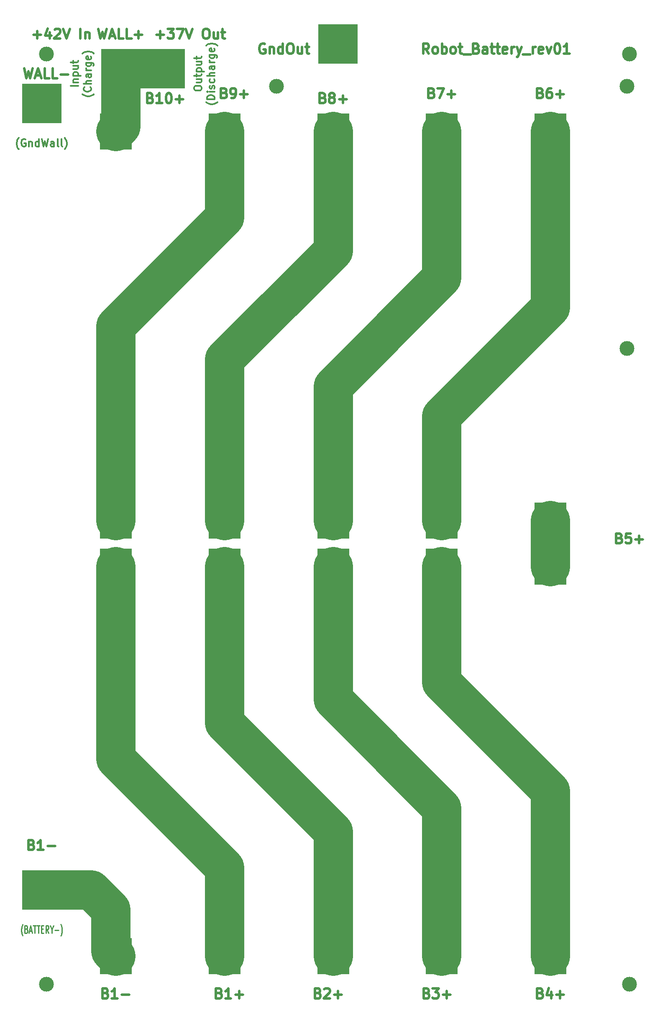
<source format=gbr>
G04 #@! TF.FileFunction,Copper,L1,Top,Signal*
%FSLAX46Y46*%
G04 Gerber Fmt 4.6, Leading zero omitted, Abs format (unit mm)*
G04 Created by KiCad (PCBNEW 4.0.6-e0-6349~53~ubuntu16.04.1) date Sun Aug  6 20:38:46 2017*
%MOMM*%
%LPD*%
G01*
G04 APERTURE LIST*
%ADD10C,0.150000*%
%ADD11C,0.375000*%
%ADD12C,0.500000*%
%ADD13C,0.250000*%
%ADD14R,6.400000X7.340000*%
%ADD15C,3.000000*%
%ADD16R,8.000000X8.000000*%
%ADD17C,8.000000*%
G04 APERTURE END LIST*
D10*
D11*
X26366071Y-25464286D02*
X24866071Y-25464286D01*
X25366071Y-24750000D02*
X26366071Y-24750000D01*
X25508929Y-24750000D02*
X25437500Y-24678572D01*
X25366071Y-24535714D01*
X25366071Y-24321429D01*
X25437500Y-24178572D01*
X25580357Y-24107143D01*
X26366071Y-24107143D01*
X25366071Y-23392857D02*
X26866071Y-23392857D01*
X25437500Y-23392857D02*
X25366071Y-23250000D01*
X25366071Y-22964286D01*
X25437500Y-22821429D01*
X25508929Y-22750000D01*
X25651786Y-22678571D01*
X26080357Y-22678571D01*
X26223214Y-22750000D01*
X26294643Y-22821429D01*
X26366071Y-22964286D01*
X26366071Y-23250000D01*
X26294643Y-23392857D01*
X25366071Y-21392857D02*
X26366071Y-21392857D01*
X25366071Y-22035714D02*
X26151786Y-22035714D01*
X26294643Y-21964286D01*
X26366071Y-21821428D01*
X26366071Y-21607143D01*
X26294643Y-21464286D01*
X26223214Y-21392857D01*
X25366071Y-20892857D02*
X25366071Y-20321428D01*
X24866071Y-20678571D02*
X26151786Y-20678571D01*
X26294643Y-20607143D01*
X26366071Y-20464285D01*
X26366071Y-20321428D01*
X29562500Y-27107143D02*
X29491071Y-27178571D01*
X29276786Y-27321428D01*
X29133929Y-27392857D01*
X28919643Y-27464286D01*
X28562500Y-27535714D01*
X28276786Y-27535714D01*
X27919643Y-27464286D01*
X27705357Y-27392857D01*
X27562500Y-27321428D01*
X27348214Y-27178571D01*
X27276786Y-27107143D01*
X28848214Y-25678571D02*
X28919643Y-25750000D01*
X28991071Y-25964286D01*
X28991071Y-26107143D01*
X28919643Y-26321428D01*
X28776786Y-26464286D01*
X28633929Y-26535714D01*
X28348214Y-26607143D01*
X28133929Y-26607143D01*
X27848214Y-26535714D01*
X27705357Y-26464286D01*
X27562500Y-26321428D01*
X27491071Y-26107143D01*
X27491071Y-25964286D01*
X27562500Y-25750000D01*
X27633929Y-25678571D01*
X28991071Y-25035714D02*
X27491071Y-25035714D01*
X28991071Y-24392857D02*
X28205357Y-24392857D01*
X28062500Y-24464286D01*
X27991071Y-24607143D01*
X27991071Y-24821428D01*
X28062500Y-24964286D01*
X28133929Y-25035714D01*
X28991071Y-23035714D02*
X28205357Y-23035714D01*
X28062500Y-23107143D01*
X27991071Y-23250000D01*
X27991071Y-23535714D01*
X28062500Y-23678571D01*
X28919643Y-23035714D02*
X28991071Y-23178571D01*
X28991071Y-23535714D01*
X28919643Y-23678571D01*
X28776786Y-23750000D01*
X28633929Y-23750000D01*
X28491071Y-23678571D01*
X28419643Y-23535714D01*
X28419643Y-23178571D01*
X28348214Y-23035714D01*
X28991071Y-22321428D02*
X27991071Y-22321428D01*
X28276786Y-22321428D02*
X28133929Y-22250000D01*
X28062500Y-22178571D01*
X27991071Y-22035714D01*
X27991071Y-21892857D01*
X27991071Y-20750000D02*
X29205357Y-20750000D01*
X29348214Y-20821429D01*
X29419643Y-20892857D01*
X29491071Y-21035714D01*
X29491071Y-21250000D01*
X29419643Y-21392857D01*
X28919643Y-20750000D02*
X28991071Y-20892857D01*
X28991071Y-21178571D01*
X28919643Y-21321429D01*
X28848214Y-21392857D01*
X28705357Y-21464286D01*
X28276786Y-21464286D01*
X28133929Y-21392857D01*
X28062500Y-21321429D01*
X27991071Y-21178571D01*
X27991071Y-20892857D01*
X28062500Y-20750000D01*
X28919643Y-19464286D02*
X28991071Y-19607143D01*
X28991071Y-19892857D01*
X28919643Y-20035714D01*
X28776786Y-20107143D01*
X28205357Y-20107143D01*
X28062500Y-20035714D01*
X27991071Y-19892857D01*
X27991071Y-19607143D01*
X28062500Y-19464286D01*
X28205357Y-19392857D01*
X28348214Y-19392857D01*
X28491071Y-20107143D01*
X29562500Y-18892857D02*
X29491071Y-18821429D01*
X29276786Y-18678572D01*
X29133929Y-18607143D01*
X28919643Y-18535714D01*
X28562500Y-18464286D01*
X28276786Y-18464286D01*
X27919643Y-18535714D01*
X27705357Y-18607143D01*
X27562500Y-18678572D01*
X27348214Y-18821429D01*
X27276786Y-18892857D01*
X14357143Y-38250000D02*
X14285715Y-38178571D01*
X14142858Y-37964286D01*
X14071429Y-37821429D01*
X14000000Y-37607143D01*
X13928572Y-37250000D01*
X13928572Y-36964286D01*
X14000000Y-36607143D01*
X14071429Y-36392857D01*
X14142858Y-36250000D01*
X14285715Y-36035714D01*
X14357143Y-35964286D01*
X15714286Y-36250000D02*
X15571429Y-36178571D01*
X15357143Y-36178571D01*
X15142858Y-36250000D01*
X15000000Y-36392857D01*
X14928572Y-36535714D01*
X14857143Y-36821429D01*
X14857143Y-37035714D01*
X14928572Y-37321429D01*
X15000000Y-37464286D01*
X15142858Y-37607143D01*
X15357143Y-37678571D01*
X15500000Y-37678571D01*
X15714286Y-37607143D01*
X15785715Y-37535714D01*
X15785715Y-37035714D01*
X15500000Y-37035714D01*
X16428572Y-36678571D02*
X16428572Y-37678571D01*
X16428572Y-36821429D02*
X16500000Y-36750000D01*
X16642858Y-36678571D01*
X16857143Y-36678571D01*
X17000000Y-36750000D01*
X17071429Y-36892857D01*
X17071429Y-37678571D01*
X18428572Y-37678571D02*
X18428572Y-36178571D01*
X18428572Y-37607143D02*
X18285715Y-37678571D01*
X18000001Y-37678571D01*
X17857143Y-37607143D01*
X17785715Y-37535714D01*
X17714286Y-37392857D01*
X17714286Y-36964286D01*
X17785715Y-36821429D01*
X17857143Y-36750000D01*
X18000001Y-36678571D01*
X18285715Y-36678571D01*
X18428572Y-36750000D01*
X19000001Y-36178571D02*
X19357144Y-37678571D01*
X19642858Y-36607143D01*
X19928572Y-37678571D01*
X20285715Y-36178571D01*
X21500001Y-37678571D02*
X21500001Y-36892857D01*
X21428572Y-36750000D01*
X21285715Y-36678571D01*
X21000001Y-36678571D01*
X20857144Y-36750000D01*
X21500001Y-37607143D02*
X21357144Y-37678571D01*
X21000001Y-37678571D01*
X20857144Y-37607143D01*
X20785715Y-37464286D01*
X20785715Y-37321429D01*
X20857144Y-37178571D01*
X21000001Y-37107143D01*
X21357144Y-37107143D01*
X21500001Y-37035714D01*
X22428573Y-37678571D02*
X22285715Y-37607143D01*
X22214287Y-37464286D01*
X22214287Y-36178571D01*
X23214287Y-37678571D02*
X23071429Y-37607143D01*
X23000001Y-37464286D01*
X23000001Y-36178571D01*
X23642858Y-38250000D02*
X23714286Y-38178571D01*
X23857143Y-37964286D01*
X23928572Y-37821429D01*
X24000001Y-37607143D01*
X24071429Y-37250000D01*
X24071429Y-36964286D01*
X24000001Y-36607143D01*
X23928572Y-36392857D01*
X23857143Y-36250000D01*
X23714286Y-36035714D01*
X23642858Y-35964286D01*
D12*
X15428571Y-21904762D02*
X15904762Y-23904762D01*
X16285714Y-22476190D01*
X16666667Y-23904762D01*
X17142857Y-21904762D01*
X17809523Y-23333333D02*
X18761904Y-23333333D01*
X17619047Y-23904762D02*
X18285714Y-21904762D01*
X18952381Y-23904762D01*
X20571428Y-23904762D02*
X19619047Y-23904762D01*
X19619047Y-21904762D01*
X22190476Y-23904762D02*
X21238095Y-23904762D01*
X21238095Y-21904762D01*
X22857143Y-23142857D02*
X24380953Y-23142857D01*
X17333333Y-15142857D02*
X18857143Y-15142857D01*
X18095238Y-15904762D02*
X18095238Y-14380952D01*
X20666666Y-14571429D02*
X20666666Y-15904762D01*
X20190476Y-13809524D02*
X19714285Y-15238095D01*
X20952381Y-15238095D01*
X21619047Y-14095238D02*
X21714285Y-14000000D01*
X21904762Y-13904762D01*
X22380952Y-13904762D01*
X22571428Y-14000000D01*
X22666666Y-14095238D01*
X22761905Y-14285714D01*
X22761905Y-14476190D01*
X22666666Y-14761905D01*
X21523809Y-15904762D01*
X22761905Y-15904762D01*
X23333333Y-13904762D02*
X24000000Y-15904762D01*
X24666667Y-13904762D01*
X26857143Y-15904762D02*
X26857143Y-13904762D01*
X27809524Y-14571429D02*
X27809524Y-15904762D01*
X27809524Y-14761905D02*
X27904763Y-14666667D01*
X28095239Y-14571429D01*
X28380953Y-14571429D01*
X28571429Y-14666667D01*
X28666667Y-14857143D01*
X28666667Y-15904762D01*
X31952381Y-208857143D02*
X32238095Y-208952381D01*
X32333334Y-209047619D01*
X32428572Y-209238095D01*
X32428572Y-209523810D01*
X32333334Y-209714286D01*
X32238095Y-209809524D01*
X32047619Y-209904762D01*
X31285714Y-209904762D01*
X31285714Y-207904762D01*
X31952381Y-207904762D01*
X32142857Y-208000000D01*
X32238095Y-208095238D01*
X32333334Y-208285714D01*
X32333334Y-208476190D01*
X32238095Y-208666667D01*
X32142857Y-208761905D01*
X31952381Y-208857143D01*
X31285714Y-208857143D01*
X34333334Y-209904762D02*
X33190476Y-209904762D01*
X33761905Y-209904762D02*
X33761905Y-207904762D01*
X33571429Y-208190476D01*
X33380953Y-208380952D01*
X33190476Y-208476190D01*
X35190476Y-209142857D02*
X36714286Y-209142857D01*
X54952381Y-208857143D02*
X55238095Y-208952381D01*
X55333334Y-209047619D01*
X55428572Y-209238095D01*
X55428572Y-209523810D01*
X55333334Y-209714286D01*
X55238095Y-209809524D01*
X55047619Y-209904762D01*
X54285714Y-209904762D01*
X54285714Y-207904762D01*
X54952381Y-207904762D01*
X55142857Y-208000000D01*
X55238095Y-208095238D01*
X55333334Y-208285714D01*
X55333334Y-208476190D01*
X55238095Y-208666667D01*
X55142857Y-208761905D01*
X54952381Y-208857143D01*
X54285714Y-208857143D01*
X57333334Y-209904762D02*
X56190476Y-209904762D01*
X56761905Y-209904762D02*
X56761905Y-207904762D01*
X56571429Y-208190476D01*
X56380953Y-208380952D01*
X56190476Y-208476190D01*
X58190476Y-209142857D02*
X59714286Y-209142857D01*
X58952381Y-209904762D02*
X58952381Y-208380952D01*
X74952381Y-208857143D02*
X75238095Y-208952381D01*
X75333334Y-209047619D01*
X75428572Y-209238095D01*
X75428572Y-209523810D01*
X75333334Y-209714286D01*
X75238095Y-209809524D01*
X75047619Y-209904762D01*
X74285714Y-209904762D01*
X74285714Y-207904762D01*
X74952381Y-207904762D01*
X75142857Y-208000000D01*
X75238095Y-208095238D01*
X75333334Y-208285714D01*
X75333334Y-208476190D01*
X75238095Y-208666667D01*
X75142857Y-208761905D01*
X74952381Y-208857143D01*
X74285714Y-208857143D01*
X76190476Y-208095238D02*
X76285714Y-208000000D01*
X76476191Y-207904762D01*
X76952381Y-207904762D01*
X77142857Y-208000000D01*
X77238095Y-208095238D01*
X77333334Y-208285714D01*
X77333334Y-208476190D01*
X77238095Y-208761905D01*
X76095238Y-209904762D01*
X77333334Y-209904762D01*
X78190476Y-209142857D02*
X79714286Y-209142857D01*
X78952381Y-209904762D02*
X78952381Y-208380952D01*
X96952381Y-208857143D02*
X97238095Y-208952381D01*
X97333334Y-209047619D01*
X97428572Y-209238095D01*
X97428572Y-209523810D01*
X97333334Y-209714286D01*
X97238095Y-209809524D01*
X97047619Y-209904762D01*
X96285714Y-209904762D01*
X96285714Y-207904762D01*
X96952381Y-207904762D01*
X97142857Y-208000000D01*
X97238095Y-208095238D01*
X97333334Y-208285714D01*
X97333334Y-208476190D01*
X97238095Y-208666667D01*
X97142857Y-208761905D01*
X96952381Y-208857143D01*
X96285714Y-208857143D01*
X98095238Y-207904762D02*
X99333334Y-207904762D01*
X98666667Y-208666667D01*
X98952381Y-208666667D01*
X99142857Y-208761905D01*
X99238095Y-208857143D01*
X99333334Y-209047619D01*
X99333334Y-209523810D01*
X99238095Y-209714286D01*
X99142857Y-209809524D01*
X98952381Y-209904762D01*
X98380953Y-209904762D01*
X98190476Y-209809524D01*
X98095238Y-209714286D01*
X100190476Y-209142857D02*
X101714286Y-209142857D01*
X100952381Y-209904762D02*
X100952381Y-208380952D01*
X119952381Y-208857143D02*
X120238095Y-208952381D01*
X120333334Y-209047619D01*
X120428572Y-209238095D01*
X120428572Y-209523810D01*
X120333334Y-209714286D01*
X120238095Y-209809524D01*
X120047619Y-209904762D01*
X119285714Y-209904762D01*
X119285714Y-207904762D01*
X119952381Y-207904762D01*
X120142857Y-208000000D01*
X120238095Y-208095238D01*
X120333334Y-208285714D01*
X120333334Y-208476190D01*
X120238095Y-208666667D01*
X120142857Y-208761905D01*
X119952381Y-208857143D01*
X119285714Y-208857143D01*
X122142857Y-208571429D02*
X122142857Y-209904762D01*
X121666667Y-207809524D02*
X121190476Y-209238095D01*
X122428572Y-209238095D01*
X123190476Y-209142857D02*
X124714286Y-209142857D01*
X123952381Y-209904762D02*
X123952381Y-208380952D01*
X135952381Y-116857143D02*
X136238095Y-116952381D01*
X136333334Y-117047619D01*
X136428572Y-117238095D01*
X136428572Y-117523810D01*
X136333334Y-117714286D01*
X136238095Y-117809524D01*
X136047619Y-117904762D01*
X135285714Y-117904762D01*
X135285714Y-115904762D01*
X135952381Y-115904762D01*
X136142857Y-116000000D01*
X136238095Y-116095238D01*
X136333334Y-116285714D01*
X136333334Y-116476190D01*
X136238095Y-116666667D01*
X136142857Y-116761905D01*
X135952381Y-116857143D01*
X135285714Y-116857143D01*
X138238095Y-115904762D02*
X137285714Y-115904762D01*
X137190476Y-116857143D01*
X137285714Y-116761905D01*
X137476191Y-116666667D01*
X137952381Y-116666667D01*
X138142857Y-116761905D01*
X138238095Y-116857143D01*
X138333334Y-117047619D01*
X138333334Y-117523810D01*
X138238095Y-117714286D01*
X138142857Y-117809524D01*
X137952381Y-117904762D01*
X137476191Y-117904762D01*
X137285714Y-117809524D01*
X137190476Y-117714286D01*
X139190476Y-117142857D02*
X140714286Y-117142857D01*
X139952381Y-117904762D02*
X139952381Y-116380952D01*
X119952381Y-26857143D02*
X120238095Y-26952381D01*
X120333334Y-27047619D01*
X120428572Y-27238095D01*
X120428572Y-27523810D01*
X120333334Y-27714286D01*
X120238095Y-27809524D01*
X120047619Y-27904762D01*
X119285714Y-27904762D01*
X119285714Y-25904762D01*
X119952381Y-25904762D01*
X120142857Y-26000000D01*
X120238095Y-26095238D01*
X120333334Y-26285714D01*
X120333334Y-26476190D01*
X120238095Y-26666667D01*
X120142857Y-26761905D01*
X119952381Y-26857143D01*
X119285714Y-26857143D01*
X122142857Y-25904762D02*
X121761905Y-25904762D01*
X121571429Y-26000000D01*
X121476191Y-26095238D01*
X121285714Y-26380952D01*
X121190476Y-26761905D01*
X121190476Y-27523810D01*
X121285714Y-27714286D01*
X121380953Y-27809524D01*
X121571429Y-27904762D01*
X121952381Y-27904762D01*
X122142857Y-27809524D01*
X122238095Y-27714286D01*
X122333334Y-27523810D01*
X122333334Y-27047619D01*
X122238095Y-26857143D01*
X122142857Y-26761905D01*
X121952381Y-26666667D01*
X121571429Y-26666667D01*
X121380953Y-26761905D01*
X121285714Y-26857143D01*
X121190476Y-27047619D01*
X123190476Y-27142857D02*
X124714286Y-27142857D01*
X123952381Y-27904762D02*
X123952381Y-26380952D01*
X97952381Y-26857143D02*
X98238095Y-26952381D01*
X98333334Y-27047619D01*
X98428572Y-27238095D01*
X98428572Y-27523810D01*
X98333334Y-27714286D01*
X98238095Y-27809524D01*
X98047619Y-27904762D01*
X97285714Y-27904762D01*
X97285714Y-25904762D01*
X97952381Y-25904762D01*
X98142857Y-26000000D01*
X98238095Y-26095238D01*
X98333334Y-26285714D01*
X98333334Y-26476190D01*
X98238095Y-26666667D01*
X98142857Y-26761905D01*
X97952381Y-26857143D01*
X97285714Y-26857143D01*
X99095238Y-25904762D02*
X100428572Y-25904762D01*
X99571429Y-27904762D01*
X101190476Y-27142857D02*
X102714286Y-27142857D01*
X101952381Y-27904762D02*
X101952381Y-26380952D01*
X75952381Y-27857143D02*
X76238095Y-27952381D01*
X76333334Y-28047619D01*
X76428572Y-28238095D01*
X76428572Y-28523810D01*
X76333334Y-28714286D01*
X76238095Y-28809524D01*
X76047619Y-28904762D01*
X75285714Y-28904762D01*
X75285714Y-26904762D01*
X75952381Y-26904762D01*
X76142857Y-27000000D01*
X76238095Y-27095238D01*
X76333334Y-27285714D01*
X76333334Y-27476190D01*
X76238095Y-27666667D01*
X76142857Y-27761905D01*
X75952381Y-27857143D01*
X75285714Y-27857143D01*
X77571429Y-27761905D02*
X77380953Y-27666667D01*
X77285714Y-27571429D01*
X77190476Y-27380952D01*
X77190476Y-27285714D01*
X77285714Y-27095238D01*
X77380953Y-27000000D01*
X77571429Y-26904762D01*
X77952381Y-26904762D01*
X78142857Y-27000000D01*
X78238095Y-27095238D01*
X78333334Y-27285714D01*
X78333334Y-27380952D01*
X78238095Y-27571429D01*
X78142857Y-27666667D01*
X77952381Y-27761905D01*
X77571429Y-27761905D01*
X77380953Y-27857143D01*
X77285714Y-27952381D01*
X77190476Y-28142857D01*
X77190476Y-28523810D01*
X77285714Y-28714286D01*
X77380953Y-28809524D01*
X77571429Y-28904762D01*
X77952381Y-28904762D01*
X78142857Y-28809524D01*
X78238095Y-28714286D01*
X78333334Y-28523810D01*
X78333334Y-28142857D01*
X78238095Y-27952381D01*
X78142857Y-27857143D01*
X77952381Y-27761905D01*
X79190476Y-28142857D02*
X80714286Y-28142857D01*
X79952381Y-28904762D02*
X79952381Y-27380952D01*
X55952381Y-26857143D02*
X56238095Y-26952381D01*
X56333334Y-27047619D01*
X56428572Y-27238095D01*
X56428572Y-27523810D01*
X56333334Y-27714286D01*
X56238095Y-27809524D01*
X56047619Y-27904762D01*
X55285714Y-27904762D01*
X55285714Y-25904762D01*
X55952381Y-25904762D01*
X56142857Y-26000000D01*
X56238095Y-26095238D01*
X56333334Y-26285714D01*
X56333334Y-26476190D01*
X56238095Y-26666667D01*
X56142857Y-26761905D01*
X55952381Y-26857143D01*
X55285714Y-26857143D01*
X57380953Y-27904762D02*
X57761905Y-27904762D01*
X57952381Y-27809524D01*
X58047619Y-27714286D01*
X58238095Y-27428571D01*
X58333334Y-27047619D01*
X58333334Y-26285714D01*
X58238095Y-26095238D01*
X58142857Y-26000000D01*
X57952381Y-25904762D01*
X57571429Y-25904762D01*
X57380953Y-26000000D01*
X57285714Y-26095238D01*
X57190476Y-26285714D01*
X57190476Y-26761905D01*
X57285714Y-26952381D01*
X57380953Y-27047619D01*
X57571429Y-27142857D01*
X57952381Y-27142857D01*
X58142857Y-27047619D01*
X58238095Y-26952381D01*
X58333334Y-26761905D01*
X59190476Y-27142857D02*
X60714286Y-27142857D01*
X59952381Y-27904762D02*
X59952381Y-26380952D01*
X41000000Y-27857143D02*
X41285714Y-27952381D01*
X41380953Y-28047619D01*
X41476191Y-28238095D01*
X41476191Y-28523810D01*
X41380953Y-28714286D01*
X41285714Y-28809524D01*
X41095238Y-28904762D01*
X40333333Y-28904762D01*
X40333333Y-26904762D01*
X41000000Y-26904762D01*
X41190476Y-27000000D01*
X41285714Y-27095238D01*
X41380953Y-27285714D01*
X41380953Y-27476190D01*
X41285714Y-27666667D01*
X41190476Y-27761905D01*
X41000000Y-27857143D01*
X40333333Y-27857143D01*
X43380953Y-28904762D02*
X42238095Y-28904762D01*
X42809524Y-28904762D02*
X42809524Y-26904762D01*
X42619048Y-27190476D01*
X42428572Y-27380952D01*
X42238095Y-27476190D01*
X44619048Y-26904762D02*
X44809524Y-26904762D01*
X45000000Y-27000000D01*
X45095238Y-27095238D01*
X45190476Y-27285714D01*
X45285715Y-27666667D01*
X45285715Y-28142857D01*
X45190476Y-28523810D01*
X45095238Y-28714286D01*
X45000000Y-28809524D01*
X44809524Y-28904762D01*
X44619048Y-28904762D01*
X44428572Y-28809524D01*
X44333334Y-28714286D01*
X44238095Y-28523810D01*
X44142857Y-28142857D01*
X44142857Y-27666667D01*
X44238095Y-27285714D01*
X44333334Y-27095238D01*
X44428572Y-27000000D01*
X44619048Y-26904762D01*
X46142857Y-28142857D02*
X47666667Y-28142857D01*
X46904762Y-28904762D02*
X46904762Y-27380952D01*
D13*
X15166667Y-197250000D02*
X15119047Y-197178571D01*
X15023809Y-196964286D01*
X14976190Y-196821429D01*
X14928571Y-196607143D01*
X14880952Y-196250000D01*
X14880952Y-195964286D01*
X14928571Y-195607143D01*
X14976190Y-195392857D01*
X15023809Y-195250000D01*
X15119047Y-195035714D01*
X15166667Y-194964286D01*
X15880953Y-195892857D02*
X16023810Y-195964286D01*
X16071429Y-196035714D01*
X16119048Y-196178571D01*
X16119048Y-196392857D01*
X16071429Y-196535714D01*
X16023810Y-196607143D01*
X15928572Y-196678571D01*
X15547619Y-196678571D01*
X15547619Y-195178571D01*
X15880953Y-195178571D01*
X15976191Y-195250000D01*
X16023810Y-195321429D01*
X16071429Y-195464286D01*
X16071429Y-195607143D01*
X16023810Y-195750000D01*
X15976191Y-195821429D01*
X15880953Y-195892857D01*
X15547619Y-195892857D01*
X16500000Y-196250000D02*
X16976191Y-196250000D01*
X16404762Y-196678571D02*
X16738095Y-195178571D01*
X17071429Y-196678571D01*
X17261905Y-195178571D02*
X17833334Y-195178571D01*
X17547619Y-196678571D02*
X17547619Y-195178571D01*
X18023810Y-195178571D02*
X18595239Y-195178571D01*
X18309524Y-196678571D02*
X18309524Y-195178571D01*
X18928572Y-195892857D02*
X19261906Y-195892857D01*
X19404763Y-196678571D02*
X18928572Y-196678571D01*
X18928572Y-195178571D01*
X19404763Y-195178571D01*
X20404763Y-196678571D02*
X20071429Y-195964286D01*
X19833334Y-196678571D02*
X19833334Y-195178571D01*
X20214287Y-195178571D01*
X20309525Y-195250000D01*
X20357144Y-195321429D01*
X20404763Y-195464286D01*
X20404763Y-195678571D01*
X20357144Y-195821429D01*
X20309525Y-195892857D01*
X20214287Y-195964286D01*
X19833334Y-195964286D01*
X21023810Y-195964286D02*
X21023810Y-196678571D01*
X20690477Y-195178571D02*
X21023810Y-195964286D01*
X21357144Y-195178571D01*
X21690477Y-196107143D02*
X22452382Y-196107143D01*
X22833334Y-197250000D02*
X22880953Y-197178571D01*
X22976191Y-196964286D01*
X23023810Y-196821429D01*
X23071429Y-196607143D01*
X23119048Y-196250000D01*
X23119048Y-195964286D01*
X23071429Y-195607143D01*
X23023810Y-195392857D01*
X22976191Y-195250000D01*
X22880953Y-195035714D01*
X22833334Y-194964286D01*
D12*
X64190477Y-17000000D02*
X64000000Y-16904762D01*
X63714286Y-16904762D01*
X63428572Y-17000000D01*
X63238096Y-17190476D01*
X63142857Y-17380952D01*
X63047619Y-17761905D01*
X63047619Y-18047619D01*
X63142857Y-18428571D01*
X63238096Y-18619048D01*
X63428572Y-18809524D01*
X63714286Y-18904762D01*
X63904762Y-18904762D01*
X64190477Y-18809524D01*
X64285715Y-18714286D01*
X64285715Y-18047619D01*
X63904762Y-18047619D01*
X65142857Y-17571429D02*
X65142857Y-18904762D01*
X65142857Y-17761905D02*
X65238096Y-17666667D01*
X65428572Y-17571429D01*
X65714286Y-17571429D01*
X65904762Y-17666667D01*
X66000000Y-17857143D01*
X66000000Y-18904762D01*
X67809524Y-18904762D02*
X67809524Y-16904762D01*
X67809524Y-18809524D02*
X67619048Y-18904762D01*
X67238096Y-18904762D01*
X67047620Y-18809524D01*
X66952381Y-18714286D01*
X66857143Y-18523810D01*
X66857143Y-17952381D01*
X66952381Y-17761905D01*
X67047620Y-17666667D01*
X67238096Y-17571429D01*
X67619048Y-17571429D01*
X67809524Y-17666667D01*
X69142858Y-16904762D02*
X69523810Y-16904762D01*
X69714286Y-17000000D01*
X69904763Y-17190476D01*
X70000001Y-17571429D01*
X70000001Y-18238095D01*
X69904763Y-18619048D01*
X69714286Y-18809524D01*
X69523810Y-18904762D01*
X69142858Y-18904762D01*
X68952382Y-18809524D01*
X68761905Y-18619048D01*
X68666667Y-18238095D01*
X68666667Y-17571429D01*
X68761905Y-17190476D01*
X68952382Y-17000000D01*
X69142858Y-16904762D01*
X71714286Y-17571429D02*
X71714286Y-18904762D01*
X70857143Y-17571429D02*
X70857143Y-18619048D01*
X70952382Y-18809524D01*
X71142858Y-18904762D01*
X71428572Y-18904762D01*
X71619048Y-18809524D01*
X71714286Y-18714286D01*
X72380953Y-17571429D02*
X73142858Y-17571429D01*
X72666667Y-16904762D02*
X72666667Y-18619048D01*
X72761906Y-18809524D01*
X72952382Y-18904762D01*
X73142858Y-18904762D01*
X16952381Y-178857143D02*
X17238095Y-178952381D01*
X17333334Y-179047619D01*
X17428572Y-179238095D01*
X17428572Y-179523810D01*
X17333334Y-179714286D01*
X17238095Y-179809524D01*
X17047619Y-179904762D01*
X16285714Y-179904762D01*
X16285714Y-177904762D01*
X16952381Y-177904762D01*
X17142857Y-178000000D01*
X17238095Y-178095238D01*
X17333334Y-178285714D01*
X17333334Y-178476190D01*
X17238095Y-178666667D01*
X17142857Y-178761905D01*
X16952381Y-178857143D01*
X16285714Y-178857143D01*
X19333334Y-179904762D02*
X18190476Y-179904762D01*
X18761905Y-179904762D02*
X18761905Y-177904762D01*
X18571429Y-178190476D01*
X18380953Y-178380952D01*
X18190476Y-178476190D01*
X20190476Y-179142857D02*
X21714286Y-179142857D01*
D11*
X49866071Y-26035715D02*
X49866071Y-25750001D01*
X49937500Y-25607143D01*
X50080357Y-25464286D01*
X50366071Y-25392858D01*
X50866071Y-25392858D01*
X51151786Y-25464286D01*
X51294643Y-25607143D01*
X51366071Y-25750001D01*
X51366071Y-26035715D01*
X51294643Y-26178572D01*
X51151786Y-26321429D01*
X50866071Y-26392858D01*
X50366071Y-26392858D01*
X50080357Y-26321429D01*
X49937500Y-26178572D01*
X49866071Y-26035715D01*
X50366071Y-24107143D02*
X51366071Y-24107143D01*
X50366071Y-24750000D02*
X51151786Y-24750000D01*
X51294643Y-24678572D01*
X51366071Y-24535714D01*
X51366071Y-24321429D01*
X51294643Y-24178572D01*
X51223214Y-24107143D01*
X50366071Y-23607143D02*
X50366071Y-23035714D01*
X49866071Y-23392857D02*
X51151786Y-23392857D01*
X51294643Y-23321429D01*
X51366071Y-23178571D01*
X51366071Y-23035714D01*
X50366071Y-22535714D02*
X51866071Y-22535714D01*
X50437500Y-22535714D02*
X50366071Y-22392857D01*
X50366071Y-22107143D01*
X50437500Y-21964286D01*
X50508929Y-21892857D01*
X50651786Y-21821428D01*
X51080357Y-21821428D01*
X51223214Y-21892857D01*
X51294643Y-21964286D01*
X51366071Y-22107143D01*
X51366071Y-22392857D01*
X51294643Y-22535714D01*
X50366071Y-20535714D02*
X51366071Y-20535714D01*
X50366071Y-21178571D02*
X51151786Y-21178571D01*
X51294643Y-21107143D01*
X51366071Y-20964285D01*
X51366071Y-20750000D01*
X51294643Y-20607143D01*
X51223214Y-20535714D01*
X50366071Y-20035714D02*
X50366071Y-19464285D01*
X49866071Y-19821428D02*
X51151786Y-19821428D01*
X51294643Y-19750000D01*
X51366071Y-19607142D01*
X51366071Y-19464285D01*
X54562500Y-28714286D02*
X54491071Y-28785714D01*
X54276786Y-28928571D01*
X54133929Y-29000000D01*
X53919643Y-29071429D01*
X53562500Y-29142857D01*
X53276786Y-29142857D01*
X52919643Y-29071429D01*
X52705357Y-29000000D01*
X52562500Y-28928571D01*
X52348214Y-28785714D01*
X52276786Y-28714286D01*
X53991071Y-28142857D02*
X52491071Y-28142857D01*
X52491071Y-27785714D01*
X52562500Y-27571429D01*
X52705357Y-27428571D01*
X52848214Y-27357143D01*
X53133929Y-27285714D01*
X53348214Y-27285714D01*
X53633929Y-27357143D01*
X53776786Y-27428571D01*
X53919643Y-27571429D01*
X53991071Y-27785714D01*
X53991071Y-28142857D01*
X53991071Y-26642857D02*
X52991071Y-26642857D01*
X52491071Y-26642857D02*
X52562500Y-26714286D01*
X52633929Y-26642857D01*
X52562500Y-26571429D01*
X52491071Y-26642857D01*
X52633929Y-26642857D01*
X53919643Y-26000000D02*
X53991071Y-25857143D01*
X53991071Y-25571428D01*
X53919643Y-25428571D01*
X53776786Y-25357143D01*
X53705357Y-25357143D01*
X53562500Y-25428571D01*
X53491071Y-25571428D01*
X53491071Y-25785714D01*
X53419643Y-25928571D01*
X53276786Y-26000000D01*
X53205357Y-26000000D01*
X53062500Y-25928571D01*
X52991071Y-25785714D01*
X52991071Y-25571428D01*
X53062500Y-25428571D01*
X53919643Y-24071428D02*
X53991071Y-24214285D01*
X53991071Y-24499999D01*
X53919643Y-24642857D01*
X53848214Y-24714285D01*
X53705357Y-24785714D01*
X53276786Y-24785714D01*
X53133929Y-24714285D01*
X53062500Y-24642857D01*
X52991071Y-24499999D01*
X52991071Y-24214285D01*
X53062500Y-24071428D01*
X53991071Y-23428571D02*
X52491071Y-23428571D01*
X53991071Y-22785714D02*
X53205357Y-22785714D01*
X53062500Y-22857143D01*
X52991071Y-23000000D01*
X52991071Y-23214285D01*
X53062500Y-23357143D01*
X53133929Y-23428571D01*
X53991071Y-21428571D02*
X53205357Y-21428571D01*
X53062500Y-21500000D01*
X52991071Y-21642857D01*
X52991071Y-21928571D01*
X53062500Y-22071428D01*
X53919643Y-21428571D02*
X53991071Y-21571428D01*
X53991071Y-21928571D01*
X53919643Y-22071428D01*
X53776786Y-22142857D01*
X53633929Y-22142857D01*
X53491071Y-22071428D01*
X53419643Y-21928571D01*
X53419643Y-21571428D01*
X53348214Y-21428571D01*
X53991071Y-20714285D02*
X52991071Y-20714285D01*
X53276786Y-20714285D02*
X53133929Y-20642857D01*
X53062500Y-20571428D01*
X52991071Y-20428571D01*
X52991071Y-20285714D01*
X52991071Y-19142857D02*
X54205357Y-19142857D01*
X54348214Y-19214286D01*
X54419643Y-19285714D01*
X54491071Y-19428571D01*
X54491071Y-19642857D01*
X54419643Y-19785714D01*
X53919643Y-19142857D02*
X53991071Y-19285714D01*
X53991071Y-19571428D01*
X53919643Y-19714286D01*
X53848214Y-19785714D01*
X53705357Y-19857143D01*
X53276786Y-19857143D01*
X53133929Y-19785714D01*
X53062500Y-19714286D01*
X52991071Y-19571428D01*
X52991071Y-19285714D01*
X53062500Y-19142857D01*
X53919643Y-17857143D02*
X53991071Y-18000000D01*
X53991071Y-18285714D01*
X53919643Y-18428571D01*
X53776786Y-18500000D01*
X53205357Y-18500000D01*
X53062500Y-18428571D01*
X52991071Y-18285714D01*
X52991071Y-18000000D01*
X53062500Y-17857143D01*
X53205357Y-17785714D01*
X53348214Y-17785714D01*
X53491071Y-18500000D01*
X54562500Y-17285714D02*
X54491071Y-17214286D01*
X54276786Y-17071429D01*
X54133929Y-17000000D01*
X53919643Y-16928571D01*
X53562500Y-16857143D01*
X53276786Y-16857143D01*
X52919643Y-16928571D01*
X52705357Y-17000000D01*
X52562500Y-17071429D01*
X52348214Y-17214286D01*
X52276786Y-17285714D01*
D12*
X42190476Y-15142857D02*
X43714286Y-15142857D01*
X42952381Y-15904762D02*
X42952381Y-14380952D01*
X44476190Y-13904762D02*
X45714286Y-13904762D01*
X45047619Y-14666667D01*
X45333333Y-14666667D01*
X45523809Y-14761905D01*
X45619047Y-14857143D01*
X45714286Y-15047619D01*
X45714286Y-15523810D01*
X45619047Y-15714286D01*
X45523809Y-15809524D01*
X45333333Y-15904762D01*
X44761905Y-15904762D01*
X44571428Y-15809524D01*
X44476190Y-15714286D01*
X46380952Y-13904762D02*
X47714286Y-13904762D01*
X46857143Y-15904762D01*
X48190476Y-13904762D02*
X48857143Y-15904762D01*
X49523810Y-13904762D01*
X52095239Y-13904762D02*
X52476191Y-13904762D01*
X52666667Y-14000000D01*
X52857144Y-14190476D01*
X52952382Y-14571429D01*
X52952382Y-15238095D01*
X52857144Y-15619048D01*
X52666667Y-15809524D01*
X52476191Y-15904762D01*
X52095239Y-15904762D01*
X51904763Y-15809524D01*
X51714286Y-15619048D01*
X51619048Y-15238095D01*
X51619048Y-14571429D01*
X51714286Y-14190476D01*
X51904763Y-14000000D01*
X52095239Y-13904762D01*
X54666667Y-14571429D02*
X54666667Y-15904762D01*
X53809524Y-14571429D02*
X53809524Y-15619048D01*
X53904763Y-15809524D01*
X54095239Y-15904762D01*
X54380953Y-15904762D01*
X54571429Y-15809524D01*
X54666667Y-15714286D01*
X55333334Y-14571429D02*
X56095239Y-14571429D01*
X55619048Y-13904762D02*
X55619048Y-15619048D01*
X55714287Y-15809524D01*
X55904763Y-15904762D01*
X56095239Y-15904762D01*
X30428571Y-13904762D02*
X30904762Y-15904762D01*
X31285714Y-14476190D01*
X31666667Y-15904762D01*
X32142857Y-13904762D01*
X32809523Y-15333333D02*
X33761904Y-15333333D01*
X32619047Y-15904762D02*
X33285714Y-13904762D01*
X33952381Y-15904762D01*
X35571428Y-15904762D02*
X34619047Y-15904762D01*
X34619047Y-13904762D01*
X37190476Y-15904762D02*
X36238095Y-15904762D01*
X36238095Y-13904762D01*
X37857143Y-15142857D02*
X39380953Y-15142857D01*
X38619048Y-15904762D02*
X38619048Y-14380952D01*
X97380952Y-18904762D02*
X96714285Y-17952381D01*
X96238094Y-18904762D02*
X96238094Y-16904762D01*
X96999999Y-16904762D01*
X97190475Y-17000000D01*
X97285714Y-17095238D01*
X97380952Y-17285714D01*
X97380952Y-17571429D01*
X97285714Y-17761905D01*
X97190475Y-17857143D01*
X96999999Y-17952381D01*
X96238094Y-17952381D01*
X98523809Y-18904762D02*
X98333333Y-18809524D01*
X98238094Y-18714286D01*
X98142856Y-18523810D01*
X98142856Y-17952381D01*
X98238094Y-17761905D01*
X98333333Y-17666667D01*
X98523809Y-17571429D01*
X98809523Y-17571429D01*
X98999999Y-17666667D01*
X99095237Y-17761905D01*
X99190475Y-17952381D01*
X99190475Y-18523810D01*
X99095237Y-18714286D01*
X98999999Y-18809524D01*
X98809523Y-18904762D01*
X98523809Y-18904762D01*
X100047618Y-18904762D02*
X100047618Y-16904762D01*
X100047618Y-17666667D02*
X100238095Y-17571429D01*
X100619047Y-17571429D01*
X100809523Y-17666667D01*
X100904761Y-17761905D01*
X100999999Y-17952381D01*
X100999999Y-18523810D01*
X100904761Y-18714286D01*
X100809523Y-18809524D01*
X100619047Y-18904762D01*
X100238095Y-18904762D01*
X100047618Y-18809524D01*
X102142857Y-18904762D02*
X101952381Y-18809524D01*
X101857142Y-18714286D01*
X101761904Y-18523810D01*
X101761904Y-17952381D01*
X101857142Y-17761905D01*
X101952381Y-17666667D01*
X102142857Y-17571429D01*
X102428571Y-17571429D01*
X102619047Y-17666667D01*
X102714285Y-17761905D01*
X102809523Y-17952381D01*
X102809523Y-18523810D01*
X102714285Y-18714286D01*
X102619047Y-18809524D01*
X102428571Y-18904762D01*
X102142857Y-18904762D01*
X103380952Y-17571429D02*
X104142857Y-17571429D01*
X103666666Y-16904762D02*
X103666666Y-18619048D01*
X103761905Y-18809524D01*
X103952381Y-18904762D01*
X104142857Y-18904762D01*
X104333333Y-19095238D02*
X105857143Y-19095238D01*
X107000000Y-17857143D02*
X107285714Y-17952381D01*
X107380953Y-18047619D01*
X107476191Y-18238095D01*
X107476191Y-18523810D01*
X107380953Y-18714286D01*
X107285714Y-18809524D01*
X107095238Y-18904762D01*
X106333333Y-18904762D01*
X106333333Y-16904762D01*
X107000000Y-16904762D01*
X107190476Y-17000000D01*
X107285714Y-17095238D01*
X107380953Y-17285714D01*
X107380953Y-17476190D01*
X107285714Y-17666667D01*
X107190476Y-17761905D01*
X107000000Y-17857143D01*
X106333333Y-17857143D01*
X109190476Y-18904762D02*
X109190476Y-17857143D01*
X109095238Y-17666667D01*
X108904762Y-17571429D01*
X108523810Y-17571429D01*
X108333333Y-17666667D01*
X109190476Y-18809524D02*
X109000000Y-18904762D01*
X108523810Y-18904762D01*
X108333333Y-18809524D01*
X108238095Y-18619048D01*
X108238095Y-18428571D01*
X108333333Y-18238095D01*
X108523810Y-18142857D01*
X109000000Y-18142857D01*
X109190476Y-18047619D01*
X109857143Y-17571429D02*
X110619048Y-17571429D01*
X110142857Y-16904762D02*
X110142857Y-18619048D01*
X110238096Y-18809524D01*
X110428572Y-18904762D01*
X110619048Y-18904762D01*
X111000000Y-17571429D02*
X111761905Y-17571429D01*
X111285714Y-16904762D02*
X111285714Y-18619048D01*
X111380953Y-18809524D01*
X111571429Y-18904762D01*
X111761905Y-18904762D01*
X113190476Y-18809524D02*
X113000000Y-18904762D01*
X112619048Y-18904762D01*
X112428571Y-18809524D01*
X112333333Y-18619048D01*
X112333333Y-17857143D01*
X112428571Y-17666667D01*
X112619048Y-17571429D01*
X113000000Y-17571429D01*
X113190476Y-17666667D01*
X113285714Y-17857143D01*
X113285714Y-18047619D01*
X112333333Y-18238095D01*
X114142857Y-18904762D02*
X114142857Y-17571429D01*
X114142857Y-17952381D02*
X114238096Y-17761905D01*
X114333334Y-17666667D01*
X114523810Y-17571429D01*
X114714286Y-17571429D01*
X115190476Y-17571429D02*
X115666667Y-18904762D01*
X116142857Y-17571429D02*
X115666667Y-18904762D01*
X115476191Y-19380952D01*
X115380952Y-19476190D01*
X115190476Y-19571429D01*
X116428572Y-19095238D02*
X117952382Y-19095238D01*
X118428572Y-18904762D02*
X118428572Y-17571429D01*
X118428572Y-17952381D02*
X118523811Y-17761905D01*
X118619049Y-17666667D01*
X118809525Y-17571429D01*
X119000001Y-17571429D01*
X120428572Y-18809524D02*
X120238096Y-18904762D01*
X119857144Y-18904762D01*
X119666667Y-18809524D01*
X119571429Y-18619048D01*
X119571429Y-17857143D01*
X119666667Y-17666667D01*
X119857144Y-17571429D01*
X120238096Y-17571429D01*
X120428572Y-17666667D01*
X120523810Y-17857143D01*
X120523810Y-18047619D01*
X119571429Y-18238095D01*
X121190477Y-17571429D02*
X121666668Y-18904762D01*
X122142858Y-17571429D01*
X123285716Y-16904762D02*
X123476192Y-16904762D01*
X123666668Y-17000000D01*
X123761906Y-17095238D01*
X123857144Y-17285714D01*
X123952383Y-17666667D01*
X123952383Y-18142857D01*
X123857144Y-18523810D01*
X123761906Y-18714286D01*
X123666668Y-18809524D01*
X123476192Y-18904762D01*
X123285716Y-18904762D01*
X123095240Y-18809524D01*
X123000002Y-18714286D01*
X122904763Y-18523810D01*
X122809525Y-18142857D01*
X122809525Y-17666667D01*
X122904763Y-17285714D01*
X123000002Y-17095238D01*
X123095240Y-17000000D01*
X123285716Y-16904762D01*
X125857145Y-18904762D02*
X124714287Y-18904762D01*
X125285716Y-18904762D02*
X125285716Y-16904762D01*
X125095240Y-17190476D01*
X124904764Y-17380952D01*
X124714287Y-17476190D01*
D14*
X100000000Y-122665000D03*
X100000000Y-201335000D03*
D15*
X137500000Y-78500000D03*
X137500000Y-25500000D03*
X66500000Y-25500000D03*
D14*
X122000000Y-34665000D03*
X122000000Y-113335000D03*
X34000000Y-122665000D03*
X34000000Y-201335000D03*
X56000000Y-122665000D03*
X56000000Y-201335000D03*
X100000000Y-34665000D03*
X100000000Y-113335000D03*
X78000000Y-122665000D03*
X78000000Y-201335000D03*
X78000000Y-34665000D03*
X78000000Y-113335000D03*
X56000000Y-34665000D03*
X56000000Y-113335000D03*
X122000000Y-122665000D03*
X122000000Y-201335000D03*
X34000000Y-34665000D03*
X34000000Y-113335000D03*
D15*
X20000000Y-19000000D03*
X20000000Y-207000000D03*
X138000000Y-207000000D03*
X138000000Y-19000000D03*
D16*
X19000000Y-29000000D03*
X79000000Y-17000000D03*
X19000000Y-188000000D03*
X35000000Y-22000000D03*
X44000000Y-22000000D03*
D17*
X35000000Y-22000000D02*
X44000000Y-22000000D01*
X35000000Y-22000000D02*
X35000000Y-33665000D01*
X35000000Y-33665000D02*
X34000000Y-34665000D01*
X56000000Y-34665000D02*
X56000000Y-52000000D01*
X34000000Y-74000000D02*
X34000000Y-113335000D01*
X56000000Y-52000000D02*
X34000000Y-74000000D01*
X122000000Y-113335000D02*
X122000000Y-122665000D01*
X100000000Y-122665000D02*
X100000000Y-146000000D01*
X122000000Y-168000000D02*
X122000000Y-201335000D01*
X100000000Y-146000000D02*
X122000000Y-168000000D01*
X78000000Y-34665000D02*
X78000000Y-58750000D01*
X56000000Y-80750000D02*
X56000000Y-113335000D01*
X78000000Y-58750000D02*
X56000000Y-80750000D01*
X78000000Y-122665000D02*
X78000000Y-149500000D01*
X100000000Y-171500000D02*
X100000000Y-201335000D01*
X78000000Y-149500000D02*
X100000000Y-171500000D01*
X100000000Y-34665000D02*
X100000000Y-64250000D01*
X78000000Y-86250000D02*
X78000000Y-113335000D01*
X100000000Y-64250000D02*
X78000000Y-86250000D01*
X56000000Y-122665000D02*
X56000000Y-154250000D01*
X78000000Y-176250000D02*
X78000000Y-201335000D01*
X56000000Y-154250000D02*
X78000000Y-176250000D01*
X122000000Y-34665000D02*
X122000000Y-70250000D01*
X100000000Y-92250000D02*
X100000000Y-113335000D01*
X122000000Y-70250000D02*
X100000000Y-92250000D01*
X34000000Y-122665000D02*
X34000000Y-161500000D01*
X56000000Y-183500000D02*
X56000000Y-201335000D01*
X34000000Y-161500000D02*
X56000000Y-183500000D01*
X19000000Y-188000000D02*
X29000000Y-188000000D01*
X33000000Y-192000000D02*
X33000000Y-200335000D01*
X29000000Y-188000000D02*
X33000000Y-192000000D01*
X33000000Y-200335000D02*
X34000000Y-201335000D01*
M02*

</source>
